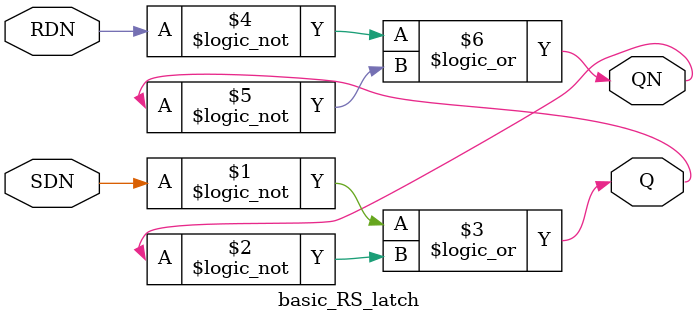
<source format=v>
`timescale 1ns / 1ps
module basic_RS_latch(
		input SDN,RDN,
		output Q,QN
    );
	 assign Q = !SDN || !QN;
	 assign QN = !RDN || !Q;
endmodule

</source>
